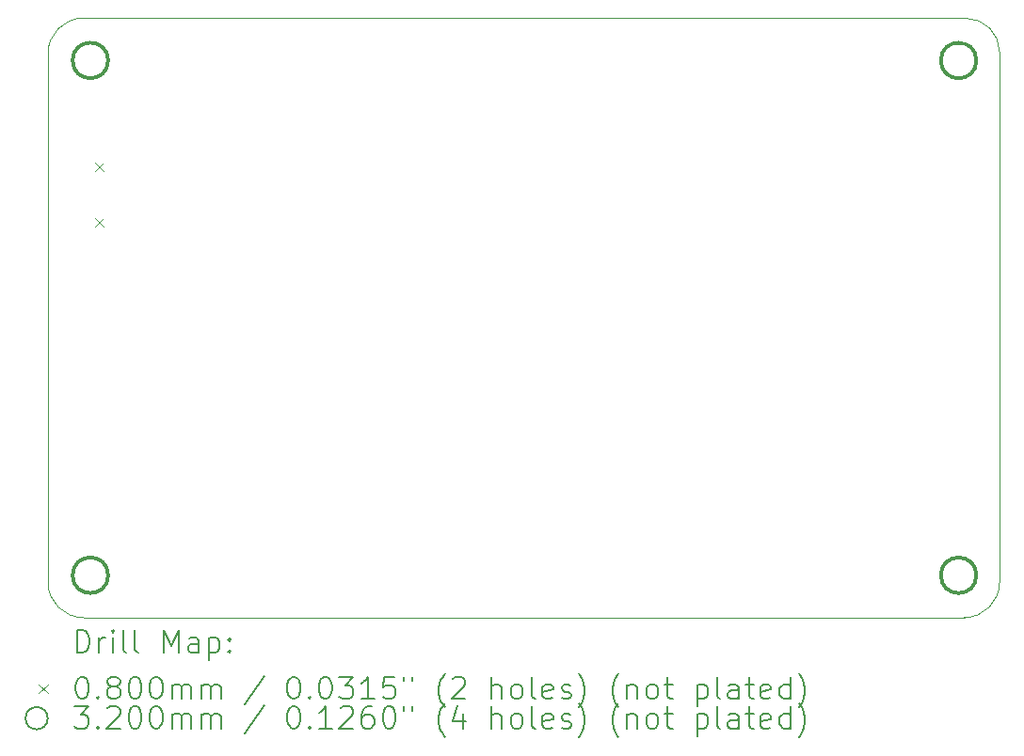
<source format=gbr>
%TF.GenerationSoftware,KiCad,Pcbnew,7.0.10*%
%TF.CreationDate,2024-04-23T18:14:47+09:00*%
%TF.ProjectId,ramn,72616d6e-2e6b-4696-9361-645f70636258,rev?*%
%TF.SameCoordinates,Original*%
%TF.FileFunction,Drillmap*%
%TF.FilePolarity,Positive*%
%FSLAX45Y45*%
G04 Gerber Fmt 4.5, Leading zero omitted, Abs format (unit mm)*
G04 Created by KiCad (PCBNEW 7.0.10) date 2024-04-23 18:14:47*
%MOMM*%
%LPD*%
G01*
G04 APERTURE LIST*
%ADD10C,0.050000*%
%ADD11C,0.200000*%
%ADD12C,0.100000*%
%ADD13C,0.320000*%
G04 APERTURE END LIST*
D10*
X4381500Y-9715500D02*
X12306500Y-9715500D01*
X4064000Y-4635500D02*
X4064000Y-9398000D01*
X12624000Y-4623000D02*
X12624000Y-9398000D01*
X12306500Y-9715500D02*
G75*
G03*
X12624000Y-9398000I0J317500D01*
G01*
X12624000Y-4623000D02*
G75*
G03*
X12319000Y-4318000I-305000J0D01*
G01*
X4381500Y-4318000D02*
X12319000Y-4318000D01*
X4381500Y-4318000D02*
G75*
G03*
X4064000Y-4635500I0J-317500D01*
G01*
X4064000Y-9398000D02*
G75*
G03*
X4381500Y-9715500I317500J0D01*
G01*
D11*
D12*
X4485000Y-5615500D02*
X4565000Y-5695500D01*
X4565000Y-5615500D02*
X4485000Y-5695500D01*
X4485000Y-6115500D02*
X4565000Y-6195500D01*
X4565000Y-6115500D02*
X4485000Y-6195500D01*
D13*
X4605000Y-4699000D02*
G75*
G03*
X4285000Y-4699000I-160000J0D01*
G01*
X4285000Y-4699000D02*
G75*
G03*
X4605000Y-4699000I160000J0D01*
G01*
X4605000Y-9334500D02*
G75*
G03*
X4285000Y-9334500I-160000J0D01*
G01*
X4285000Y-9334500D02*
G75*
G03*
X4605000Y-9334500I160000J0D01*
G01*
X12415500Y-4699000D02*
G75*
G03*
X12095500Y-4699000I-160000J0D01*
G01*
X12095500Y-4699000D02*
G75*
G03*
X12415500Y-4699000I160000J0D01*
G01*
X12415500Y-9334500D02*
G75*
G03*
X12095500Y-9334500I-160000J0D01*
G01*
X12095500Y-9334500D02*
G75*
G03*
X12415500Y-9334500I160000J0D01*
G01*
D11*
X4322277Y-10029484D02*
X4322277Y-9829484D01*
X4322277Y-9829484D02*
X4369896Y-9829484D01*
X4369896Y-9829484D02*
X4398467Y-9839008D01*
X4398467Y-9839008D02*
X4417515Y-9858055D01*
X4417515Y-9858055D02*
X4427039Y-9877103D01*
X4427039Y-9877103D02*
X4436563Y-9915198D01*
X4436563Y-9915198D02*
X4436563Y-9943770D01*
X4436563Y-9943770D02*
X4427039Y-9981865D01*
X4427039Y-9981865D02*
X4417515Y-10000912D01*
X4417515Y-10000912D02*
X4398467Y-10019960D01*
X4398467Y-10019960D02*
X4369896Y-10029484D01*
X4369896Y-10029484D02*
X4322277Y-10029484D01*
X4522277Y-10029484D02*
X4522277Y-9896150D01*
X4522277Y-9934246D02*
X4531801Y-9915198D01*
X4531801Y-9915198D02*
X4541324Y-9905674D01*
X4541324Y-9905674D02*
X4560372Y-9896150D01*
X4560372Y-9896150D02*
X4579420Y-9896150D01*
X4646086Y-10029484D02*
X4646086Y-9896150D01*
X4646086Y-9829484D02*
X4636563Y-9839008D01*
X4636563Y-9839008D02*
X4646086Y-9848531D01*
X4646086Y-9848531D02*
X4655610Y-9839008D01*
X4655610Y-9839008D02*
X4646086Y-9829484D01*
X4646086Y-9829484D02*
X4646086Y-9848531D01*
X4769896Y-10029484D02*
X4750848Y-10019960D01*
X4750848Y-10019960D02*
X4741324Y-10000912D01*
X4741324Y-10000912D02*
X4741324Y-9829484D01*
X4874658Y-10029484D02*
X4855610Y-10019960D01*
X4855610Y-10019960D02*
X4846086Y-10000912D01*
X4846086Y-10000912D02*
X4846086Y-9829484D01*
X5103229Y-10029484D02*
X5103229Y-9829484D01*
X5103229Y-9829484D02*
X5169896Y-9972341D01*
X5169896Y-9972341D02*
X5236563Y-9829484D01*
X5236563Y-9829484D02*
X5236563Y-10029484D01*
X5417515Y-10029484D02*
X5417515Y-9924722D01*
X5417515Y-9924722D02*
X5407991Y-9905674D01*
X5407991Y-9905674D02*
X5388944Y-9896150D01*
X5388944Y-9896150D02*
X5350848Y-9896150D01*
X5350848Y-9896150D02*
X5331801Y-9905674D01*
X5417515Y-10019960D02*
X5398467Y-10029484D01*
X5398467Y-10029484D02*
X5350848Y-10029484D01*
X5350848Y-10029484D02*
X5331801Y-10019960D01*
X5331801Y-10019960D02*
X5322277Y-10000912D01*
X5322277Y-10000912D02*
X5322277Y-9981865D01*
X5322277Y-9981865D02*
X5331801Y-9962817D01*
X5331801Y-9962817D02*
X5350848Y-9953293D01*
X5350848Y-9953293D02*
X5398467Y-9953293D01*
X5398467Y-9953293D02*
X5417515Y-9943770D01*
X5512753Y-9896150D02*
X5512753Y-10096150D01*
X5512753Y-9905674D02*
X5531801Y-9896150D01*
X5531801Y-9896150D02*
X5569896Y-9896150D01*
X5569896Y-9896150D02*
X5588944Y-9905674D01*
X5588944Y-9905674D02*
X5598467Y-9915198D01*
X5598467Y-9915198D02*
X5607991Y-9934246D01*
X5607991Y-9934246D02*
X5607991Y-9991389D01*
X5607991Y-9991389D02*
X5598467Y-10010436D01*
X5598467Y-10010436D02*
X5588944Y-10019960D01*
X5588944Y-10019960D02*
X5569896Y-10029484D01*
X5569896Y-10029484D02*
X5531801Y-10029484D01*
X5531801Y-10029484D02*
X5512753Y-10019960D01*
X5693705Y-10010436D02*
X5703229Y-10019960D01*
X5703229Y-10019960D02*
X5693705Y-10029484D01*
X5693705Y-10029484D02*
X5684182Y-10019960D01*
X5684182Y-10019960D02*
X5693705Y-10010436D01*
X5693705Y-10010436D02*
X5693705Y-10029484D01*
X5693705Y-9905674D02*
X5703229Y-9915198D01*
X5703229Y-9915198D02*
X5693705Y-9924722D01*
X5693705Y-9924722D02*
X5684182Y-9915198D01*
X5684182Y-9915198D02*
X5693705Y-9905674D01*
X5693705Y-9905674D02*
X5693705Y-9924722D01*
D12*
X3981500Y-10318000D02*
X4061500Y-10398000D01*
X4061500Y-10318000D02*
X3981500Y-10398000D01*
D11*
X4360372Y-10249484D02*
X4379420Y-10249484D01*
X4379420Y-10249484D02*
X4398467Y-10259008D01*
X4398467Y-10259008D02*
X4407991Y-10268531D01*
X4407991Y-10268531D02*
X4417515Y-10287579D01*
X4417515Y-10287579D02*
X4427039Y-10325674D01*
X4427039Y-10325674D02*
X4427039Y-10373293D01*
X4427039Y-10373293D02*
X4417515Y-10411389D01*
X4417515Y-10411389D02*
X4407991Y-10430436D01*
X4407991Y-10430436D02*
X4398467Y-10439960D01*
X4398467Y-10439960D02*
X4379420Y-10449484D01*
X4379420Y-10449484D02*
X4360372Y-10449484D01*
X4360372Y-10449484D02*
X4341324Y-10439960D01*
X4341324Y-10439960D02*
X4331801Y-10430436D01*
X4331801Y-10430436D02*
X4322277Y-10411389D01*
X4322277Y-10411389D02*
X4312753Y-10373293D01*
X4312753Y-10373293D02*
X4312753Y-10325674D01*
X4312753Y-10325674D02*
X4322277Y-10287579D01*
X4322277Y-10287579D02*
X4331801Y-10268531D01*
X4331801Y-10268531D02*
X4341324Y-10259008D01*
X4341324Y-10259008D02*
X4360372Y-10249484D01*
X4512753Y-10430436D02*
X4522277Y-10439960D01*
X4522277Y-10439960D02*
X4512753Y-10449484D01*
X4512753Y-10449484D02*
X4503229Y-10439960D01*
X4503229Y-10439960D02*
X4512753Y-10430436D01*
X4512753Y-10430436D02*
X4512753Y-10449484D01*
X4636563Y-10335198D02*
X4617515Y-10325674D01*
X4617515Y-10325674D02*
X4607991Y-10316150D01*
X4607991Y-10316150D02*
X4598467Y-10297103D01*
X4598467Y-10297103D02*
X4598467Y-10287579D01*
X4598467Y-10287579D02*
X4607991Y-10268531D01*
X4607991Y-10268531D02*
X4617515Y-10259008D01*
X4617515Y-10259008D02*
X4636563Y-10249484D01*
X4636563Y-10249484D02*
X4674658Y-10249484D01*
X4674658Y-10249484D02*
X4693705Y-10259008D01*
X4693705Y-10259008D02*
X4703229Y-10268531D01*
X4703229Y-10268531D02*
X4712753Y-10287579D01*
X4712753Y-10287579D02*
X4712753Y-10297103D01*
X4712753Y-10297103D02*
X4703229Y-10316150D01*
X4703229Y-10316150D02*
X4693705Y-10325674D01*
X4693705Y-10325674D02*
X4674658Y-10335198D01*
X4674658Y-10335198D02*
X4636563Y-10335198D01*
X4636563Y-10335198D02*
X4617515Y-10344722D01*
X4617515Y-10344722D02*
X4607991Y-10354246D01*
X4607991Y-10354246D02*
X4598467Y-10373293D01*
X4598467Y-10373293D02*
X4598467Y-10411389D01*
X4598467Y-10411389D02*
X4607991Y-10430436D01*
X4607991Y-10430436D02*
X4617515Y-10439960D01*
X4617515Y-10439960D02*
X4636563Y-10449484D01*
X4636563Y-10449484D02*
X4674658Y-10449484D01*
X4674658Y-10449484D02*
X4693705Y-10439960D01*
X4693705Y-10439960D02*
X4703229Y-10430436D01*
X4703229Y-10430436D02*
X4712753Y-10411389D01*
X4712753Y-10411389D02*
X4712753Y-10373293D01*
X4712753Y-10373293D02*
X4703229Y-10354246D01*
X4703229Y-10354246D02*
X4693705Y-10344722D01*
X4693705Y-10344722D02*
X4674658Y-10335198D01*
X4836563Y-10249484D02*
X4855610Y-10249484D01*
X4855610Y-10249484D02*
X4874658Y-10259008D01*
X4874658Y-10259008D02*
X4884182Y-10268531D01*
X4884182Y-10268531D02*
X4893705Y-10287579D01*
X4893705Y-10287579D02*
X4903229Y-10325674D01*
X4903229Y-10325674D02*
X4903229Y-10373293D01*
X4903229Y-10373293D02*
X4893705Y-10411389D01*
X4893705Y-10411389D02*
X4884182Y-10430436D01*
X4884182Y-10430436D02*
X4874658Y-10439960D01*
X4874658Y-10439960D02*
X4855610Y-10449484D01*
X4855610Y-10449484D02*
X4836563Y-10449484D01*
X4836563Y-10449484D02*
X4817515Y-10439960D01*
X4817515Y-10439960D02*
X4807991Y-10430436D01*
X4807991Y-10430436D02*
X4798467Y-10411389D01*
X4798467Y-10411389D02*
X4788944Y-10373293D01*
X4788944Y-10373293D02*
X4788944Y-10325674D01*
X4788944Y-10325674D02*
X4798467Y-10287579D01*
X4798467Y-10287579D02*
X4807991Y-10268531D01*
X4807991Y-10268531D02*
X4817515Y-10259008D01*
X4817515Y-10259008D02*
X4836563Y-10249484D01*
X5027039Y-10249484D02*
X5046086Y-10249484D01*
X5046086Y-10249484D02*
X5065134Y-10259008D01*
X5065134Y-10259008D02*
X5074658Y-10268531D01*
X5074658Y-10268531D02*
X5084182Y-10287579D01*
X5084182Y-10287579D02*
X5093705Y-10325674D01*
X5093705Y-10325674D02*
X5093705Y-10373293D01*
X5093705Y-10373293D02*
X5084182Y-10411389D01*
X5084182Y-10411389D02*
X5074658Y-10430436D01*
X5074658Y-10430436D02*
X5065134Y-10439960D01*
X5065134Y-10439960D02*
X5046086Y-10449484D01*
X5046086Y-10449484D02*
X5027039Y-10449484D01*
X5027039Y-10449484D02*
X5007991Y-10439960D01*
X5007991Y-10439960D02*
X4998467Y-10430436D01*
X4998467Y-10430436D02*
X4988944Y-10411389D01*
X4988944Y-10411389D02*
X4979420Y-10373293D01*
X4979420Y-10373293D02*
X4979420Y-10325674D01*
X4979420Y-10325674D02*
X4988944Y-10287579D01*
X4988944Y-10287579D02*
X4998467Y-10268531D01*
X4998467Y-10268531D02*
X5007991Y-10259008D01*
X5007991Y-10259008D02*
X5027039Y-10249484D01*
X5179420Y-10449484D02*
X5179420Y-10316150D01*
X5179420Y-10335198D02*
X5188944Y-10325674D01*
X5188944Y-10325674D02*
X5207991Y-10316150D01*
X5207991Y-10316150D02*
X5236563Y-10316150D01*
X5236563Y-10316150D02*
X5255610Y-10325674D01*
X5255610Y-10325674D02*
X5265134Y-10344722D01*
X5265134Y-10344722D02*
X5265134Y-10449484D01*
X5265134Y-10344722D02*
X5274658Y-10325674D01*
X5274658Y-10325674D02*
X5293705Y-10316150D01*
X5293705Y-10316150D02*
X5322277Y-10316150D01*
X5322277Y-10316150D02*
X5341325Y-10325674D01*
X5341325Y-10325674D02*
X5350848Y-10344722D01*
X5350848Y-10344722D02*
X5350848Y-10449484D01*
X5446086Y-10449484D02*
X5446086Y-10316150D01*
X5446086Y-10335198D02*
X5455610Y-10325674D01*
X5455610Y-10325674D02*
X5474658Y-10316150D01*
X5474658Y-10316150D02*
X5503229Y-10316150D01*
X5503229Y-10316150D02*
X5522277Y-10325674D01*
X5522277Y-10325674D02*
X5531801Y-10344722D01*
X5531801Y-10344722D02*
X5531801Y-10449484D01*
X5531801Y-10344722D02*
X5541325Y-10325674D01*
X5541325Y-10325674D02*
X5560372Y-10316150D01*
X5560372Y-10316150D02*
X5588944Y-10316150D01*
X5588944Y-10316150D02*
X5607991Y-10325674D01*
X5607991Y-10325674D02*
X5617515Y-10344722D01*
X5617515Y-10344722D02*
X5617515Y-10449484D01*
X6007991Y-10239960D02*
X5836563Y-10497103D01*
X6265134Y-10249484D02*
X6284182Y-10249484D01*
X6284182Y-10249484D02*
X6303229Y-10259008D01*
X6303229Y-10259008D02*
X6312753Y-10268531D01*
X6312753Y-10268531D02*
X6322277Y-10287579D01*
X6322277Y-10287579D02*
X6331801Y-10325674D01*
X6331801Y-10325674D02*
X6331801Y-10373293D01*
X6331801Y-10373293D02*
X6322277Y-10411389D01*
X6322277Y-10411389D02*
X6312753Y-10430436D01*
X6312753Y-10430436D02*
X6303229Y-10439960D01*
X6303229Y-10439960D02*
X6284182Y-10449484D01*
X6284182Y-10449484D02*
X6265134Y-10449484D01*
X6265134Y-10449484D02*
X6246086Y-10439960D01*
X6246086Y-10439960D02*
X6236563Y-10430436D01*
X6236563Y-10430436D02*
X6227039Y-10411389D01*
X6227039Y-10411389D02*
X6217515Y-10373293D01*
X6217515Y-10373293D02*
X6217515Y-10325674D01*
X6217515Y-10325674D02*
X6227039Y-10287579D01*
X6227039Y-10287579D02*
X6236563Y-10268531D01*
X6236563Y-10268531D02*
X6246086Y-10259008D01*
X6246086Y-10259008D02*
X6265134Y-10249484D01*
X6417515Y-10430436D02*
X6427039Y-10439960D01*
X6427039Y-10439960D02*
X6417515Y-10449484D01*
X6417515Y-10449484D02*
X6407991Y-10439960D01*
X6407991Y-10439960D02*
X6417515Y-10430436D01*
X6417515Y-10430436D02*
X6417515Y-10449484D01*
X6550848Y-10249484D02*
X6569896Y-10249484D01*
X6569896Y-10249484D02*
X6588944Y-10259008D01*
X6588944Y-10259008D02*
X6598467Y-10268531D01*
X6598467Y-10268531D02*
X6607991Y-10287579D01*
X6607991Y-10287579D02*
X6617515Y-10325674D01*
X6617515Y-10325674D02*
X6617515Y-10373293D01*
X6617515Y-10373293D02*
X6607991Y-10411389D01*
X6607991Y-10411389D02*
X6598467Y-10430436D01*
X6598467Y-10430436D02*
X6588944Y-10439960D01*
X6588944Y-10439960D02*
X6569896Y-10449484D01*
X6569896Y-10449484D02*
X6550848Y-10449484D01*
X6550848Y-10449484D02*
X6531801Y-10439960D01*
X6531801Y-10439960D02*
X6522277Y-10430436D01*
X6522277Y-10430436D02*
X6512753Y-10411389D01*
X6512753Y-10411389D02*
X6503229Y-10373293D01*
X6503229Y-10373293D02*
X6503229Y-10325674D01*
X6503229Y-10325674D02*
X6512753Y-10287579D01*
X6512753Y-10287579D02*
X6522277Y-10268531D01*
X6522277Y-10268531D02*
X6531801Y-10259008D01*
X6531801Y-10259008D02*
X6550848Y-10249484D01*
X6684182Y-10249484D02*
X6807991Y-10249484D01*
X6807991Y-10249484D02*
X6741325Y-10325674D01*
X6741325Y-10325674D02*
X6769896Y-10325674D01*
X6769896Y-10325674D02*
X6788944Y-10335198D01*
X6788944Y-10335198D02*
X6798467Y-10344722D01*
X6798467Y-10344722D02*
X6807991Y-10363770D01*
X6807991Y-10363770D02*
X6807991Y-10411389D01*
X6807991Y-10411389D02*
X6798467Y-10430436D01*
X6798467Y-10430436D02*
X6788944Y-10439960D01*
X6788944Y-10439960D02*
X6769896Y-10449484D01*
X6769896Y-10449484D02*
X6712753Y-10449484D01*
X6712753Y-10449484D02*
X6693706Y-10439960D01*
X6693706Y-10439960D02*
X6684182Y-10430436D01*
X6998467Y-10449484D02*
X6884182Y-10449484D01*
X6941325Y-10449484D02*
X6941325Y-10249484D01*
X6941325Y-10249484D02*
X6922277Y-10278055D01*
X6922277Y-10278055D02*
X6903229Y-10297103D01*
X6903229Y-10297103D02*
X6884182Y-10306627D01*
X7179420Y-10249484D02*
X7084182Y-10249484D01*
X7084182Y-10249484D02*
X7074658Y-10344722D01*
X7074658Y-10344722D02*
X7084182Y-10335198D01*
X7084182Y-10335198D02*
X7103229Y-10325674D01*
X7103229Y-10325674D02*
X7150848Y-10325674D01*
X7150848Y-10325674D02*
X7169896Y-10335198D01*
X7169896Y-10335198D02*
X7179420Y-10344722D01*
X7179420Y-10344722D02*
X7188944Y-10363770D01*
X7188944Y-10363770D02*
X7188944Y-10411389D01*
X7188944Y-10411389D02*
X7179420Y-10430436D01*
X7179420Y-10430436D02*
X7169896Y-10439960D01*
X7169896Y-10439960D02*
X7150848Y-10449484D01*
X7150848Y-10449484D02*
X7103229Y-10449484D01*
X7103229Y-10449484D02*
X7084182Y-10439960D01*
X7084182Y-10439960D02*
X7074658Y-10430436D01*
X7265134Y-10249484D02*
X7265134Y-10287579D01*
X7341325Y-10249484D02*
X7341325Y-10287579D01*
X7636563Y-10525674D02*
X7627039Y-10516150D01*
X7627039Y-10516150D02*
X7607991Y-10487579D01*
X7607991Y-10487579D02*
X7598468Y-10468531D01*
X7598468Y-10468531D02*
X7588944Y-10439960D01*
X7588944Y-10439960D02*
X7579420Y-10392341D01*
X7579420Y-10392341D02*
X7579420Y-10354246D01*
X7579420Y-10354246D02*
X7588944Y-10306627D01*
X7588944Y-10306627D02*
X7598468Y-10278055D01*
X7598468Y-10278055D02*
X7607991Y-10259008D01*
X7607991Y-10259008D02*
X7627039Y-10230436D01*
X7627039Y-10230436D02*
X7636563Y-10220912D01*
X7703229Y-10268531D02*
X7712753Y-10259008D01*
X7712753Y-10259008D02*
X7731801Y-10249484D01*
X7731801Y-10249484D02*
X7779420Y-10249484D01*
X7779420Y-10249484D02*
X7798468Y-10259008D01*
X7798468Y-10259008D02*
X7807991Y-10268531D01*
X7807991Y-10268531D02*
X7817515Y-10287579D01*
X7817515Y-10287579D02*
X7817515Y-10306627D01*
X7817515Y-10306627D02*
X7807991Y-10335198D01*
X7807991Y-10335198D02*
X7693706Y-10449484D01*
X7693706Y-10449484D02*
X7817515Y-10449484D01*
X8055610Y-10449484D02*
X8055610Y-10249484D01*
X8141325Y-10449484D02*
X8141325Y-10344722D01*
X8141325Y-10344722D02*
X8131801Y-10325674D01*
X8131801Y-10325674D02*
X8112753Y-10316150D01*
X8112753Y-10316150D02*
X8084182Y-10316150D01*
X8084182Y-10316150D02*
X8065134Y-10325674D01*
X8065134Y-10325674D02*
X8055610Y-10335198D01*
X8265134Y-10449484D02*
X8246087Y-10439960D01*
X8246087Y-10439960D02*
X8236563Y-10430436D01*
X8236563Y-10430436D02*
X8227039Y-10411389D01*
X8227039Y-10411389D02*
X8227039Y-10354246D01*
X8227039Y-10354246D02*
X8236563Y-10335198D01*
X8236563Y-10335198D02*
X8246087Y-10325674D01*
X8246087Y-10325674D02*
X8265134Y-10316150D01*
X8265134Y-10316150D02*
X8293706Y-10316150D01*
X8293706Y-10316150D02*
X8312753Y-10325674D01*
X8312753Y-10325674D02*
X8322277Y-10335198D01*
X8322277Y-10335198D02*
X8331801Y-10354246D01*
X8331801Y-10354246D02*
X8331801Y-10411389D01*
X8331801Y-10411389D02*
X8322277Y-10430436D01*
X8322277Y-10430436D02*
X8312753Y-10439960D01*
X8312753Y-10439960D02*
X8293706Y-10449484D01*
X8293706Y-10449484D02*
X8265134Y-10449484D01*
X8446087Y-10449484D02*
X8427039Y-10439960D01*
X8427039Y-10439960D02*
X8417515Y-10420912D01*
X8417515Y-10420912D02*
X8417515Y-10249484D01*
X8598468Y-10439960D02*
X8579420Y-10449484D01*
X8579420Y-10449484D02*
X8541325Y-10449484D01*
X8541325Y-10449484D02*
X8522277Y-10439960D01*
X8522277Y-10439960D02*
X8512753Y-10420912D01*
X8512753Y-10420912D02*
X8512753Y-10344722D01*
X8512753Y-10344722D02*
X8522277Y-10325674D01*
X8522277Y-10325674D02*
X8541325Y-10316150D01*
X8541325Y-10316150D02*
X8579420Y-10316150D01*
X8579420Y-10316150D02*
X8598468Y-10325674D01*
X8598468Y-10325674D02*
X8607992Y-10344722D01*
X8607992Y-10344722D02*
X8607992Y-10363770D01*
X8607992Y-10363770D02*
X8512753Y-10382817D01*
X8684182Y-10439960D02*
X8703230Y-10449484D01*
X8703230Y-10449484D02*
X8741325Y-10449484D01*
X8741325Y-10449484D02*
X8760373Y-10439960D01*
X8760373Y-10439960D02*
X8769896Y-10420912D01*
X8769896Y-10420912D02*
X8769896Y-10411389D01*
X8769896Y-10411389D02*
X8760373Y-10392341D01*
X8760373Y-10392341D02*
X8741325Y-10382817D01*
X8741325Y-10382817D02*
X8712753Y-10382817D01*
X8712753Y-10382817D02*
X8693706Y-10373293D01*
X8693706Y-10373293D02*
X8684182Y-10354246D01*
X8684182Y-10354246D02*
X8684182Y-10344722D01*
X8684182Y-10344722D02*
X8693706Y-10325674D01*
X8693706Y-10325674D02*
X8712753Y-10316150D01*
X8712753Y-10316150D02*
X8741325Y-10316150D01*
X8741325Y-10316150D02*
X8760373Y-10325674D01*
X8836563Y-10525674D02*
X8846087Y-10516150D01*
X8846087Y-10516150D02*
X8865134Y-10487579D01*
X8865134Y-10487579D02*
X8874658Y-10468531D01*
X8874658Y-10468531D02*
X8884182Y-10439960D01*
X8884182Y-10439960D02*
X8893706Y-10392341D01*
X8893706Y-10392341D02*
X8893706Y-10354246D01*
X8893706Y-10354246D02*
X8884182Y-10306627D01*
X8884182Y-10306627D02*
X8874658Y-10278055D01*
X8874658Y-10278055D02*
X8865134Y-10259008D01*
X8865134Y-10259008D02*
X8846087Y-10230436D01*
X8846087Y-10230436D02*
X8836563Y-10220912D01*
X9198468Y-10525674D02*
X9188944Y-10516150D01*
X9188944Y-10516150D02*
X9169896Y-10487579D01*
X9169896Y-10487579D02*
X9160373Y-10468531D01*
X9160373Y-10468531D02*
X9150849Y-10439960D01*
X9150849Y-10439960D02*
X9141325Y-10392341D01*
X9141325Y-10392341D02*
X9141325Y-10354246D01*
X9141325Y-10354246D02*
X9150849Y-10306627D01*
X9150849Y-10306627D02*
X9160373Y-10278055D01*
X9160373Y-10278055D02*
X9169896Y-10259008D01*
X9169896Y-10259008D02*
X9188944Y-10230436D01*
X9188944Y-10230436D02*
X9198468Y-10220912D01*
X9274658Y-10316150D02*
X9274658Y-10449484D01*
X9274658Y-10335198D02*
X9284182Y-10325674D01*
X9284182Y-10325674D02*
X9303230Y-10316150D01*
X9303230Y-10316150D02*
X9331801Y-10316150D01*
X9331801Y-10316150D02*
X9350849Y-10325674D01*
X9350849Y-10325674D02*
X9360373Y-10344722D01*
X9360373Y-10344722D02*
X9360373Y-10449484D01*
X9484182Y-10449484D02*
X9465134Y-10439960D01*
X9465134Y-10439960D02*
X9455611Y-10430436D01*
X9455611Y-10430436D02*
X9446087Y-10411389D01*
X9446087Y-10411389D02*
X9446087Y-10354246D01*
X9446087Y-10354246D02*
X9455611Y-10335198D01*
X9455611Y-10335198D02*
X9465134Y-10325674D01*
X9465134Y-10325674D02*
X9484182Y-10316150D01*
X9484182Y-10316150D02*
X9512754Y-10316150D01*
X9512754Y-10316150D02*
X9531801Y-10325674D01*
X9531801Y-10325674D02*
X9541325Y-10335198D01*
X9541325Y-10335198D02*
X9550849Y-10354246D01*
X9550849Y-10354246D02*
X9550849Y-10411389D01*
X9550849Y-10411389D02*
X9541325Y-10430436D01*
X9541325Y-10430436D02*
X9531801Y-10439960D01*
X9531801Y-10439960D02*
X9512754Y-10449484D01*
X9512754Y-10449484D02*
X9484182Y-10449484D01*
X9607992Y-10316150D02*
X9684182Y-10316150D01*
X9636563Y-10249484D02*
X9636563Y-10420912D01*
X9636563Y-10420912D02*
X9646087Y-10439960D01*
X9646087Y-10439960D02*
X9665134Y-10449484D01*
X9665134Y-10449484D02*
X9684182Y-10449484D01*
X9903230Y-10316150D02*
X9903230Y-10516150D01*
X9903230Y-10325674D02*
X9922277Y-10316150D01*
X9922277Y-10316150D02*
X9960373Y-10316150D01*
X9960373Y-10316150D02*
X9979420Y-10325674D01*
X9979420Y-10325674D02*
X9988944Y-10335198D01*
X9988944Y-10335198D02*
X9998468Y-10354246D01*
X9998468Y-10354246D02*
X9998468Y-10411389D01*
X9998468Y-10411389D02*
X9988944Y-10430436D01*
X9988944Y-10430436D02*
X9979420Y-10439960D01*
X9979420Y-10439960D02*
X9960373Y-10449484D01*
X9960373Y-10449484D02*
X9922277Y-10449484D01*
X9922277Y-10449484D02*
X9903230Y-10439960D01*
X10112754Y-10449484D02*
X10093706Y-10439960D01*
X10093706Y-10439960D02*
X10084182Y-10420912D01*
X10084182Y-10420912D02*
X10084182Y-10249484D01*
X10274658Y-10449484D02*
X10274658Y-10344722D01*
X10274658Y-10344722D02*
X10265135Y-10325674D01*
X10265135Y-10325674D02*
X10246087Y-10316150D01*
X10246087Y-10316150D02*
X10207992Y-10316150D01*
X10207992Y-10316150D02*
X10188944Y-10325674D01*
X10274658Y-10439960D02*
X10255611Y-10449484D01*
X10255611Y-10449484D02*
X10207992Y-10449484D01*
X10207992Y-10449484D02*
X10188944Y-10439960D01*
X10188944Y-10439960D02*
X10179420Y-10420912D01*
X10179420Y-10420912D02*
X10179420Y-10401865D01*
X10179420Y-10401865D02*
X10188944Y-10382817D01*
X10188944Y-10382817D02*
X10207992Y-10373293D01*
X10207992Y-10373293D02*
X10255611Y-10373293D01*
X10255611Y-10373293D02*
X10274658Y-10363770D01*
X10341325Y-10316150D02*
X10417515Y-10316150D01*
X10369896Y-10249484D02*
X10369896Y-10420912D01*
X10369896Y-10420912D02*
X10379420Y-10439960D01*
X10379420Y-10439960D02*
X10398468Y-10449484D01*
X10398468Y-10449484D02*
X10417515Y-10449484D01*
X10560373Y-10439960D02*
X10541325Y-10449484D01*
X10541325Y-10449484D02*
X10503230Y-10449484D01*
X10503230Y-10449484D02*
X10484182Y-10439960D01*
X10484182Y-10439960D02*
X10474658Y-10420912D01*
X10474658Y-10420912D02*
X10474658Y-10344722D01*
X10474658Y-10344722D02*
X10484182Y-10325674D01*
X10484182Y-10325674D02*
X10503230Y-10316150D01*
X10503230Y-10316150D02*
X10541325Y-10316150D01*
X10541325Y-10316150D02*
X10560373Y-10325674D01*
X10560373Y-10325674D02*
X10569896Y-10344722D01*
X10569896Y-10344722D02*
X10569896Y-10363770D01*
X10569896Y-10363770D02*
X10474658Y-10382817D01*
X10741325Y-10449484D02*
X10741325Y-10249484D01*
X10741325Y-10439960D02*
X10722277Y-10449484D01*
X10722277Y-10449484D02*
X10684182Y-10449484D01*
X10684182Y-10449484D02*
X10665135Y-10439960D01*
X10665135Y-10439960D02*
X10655611Y-10430436D01*
X10655611Y-10430436D02*
X10646087Y-10411389D01*
X10646087Y-10411389D02*
X10646087Y-10354246D01*
X10646087Y-10354246D02*
X10655611Y-10335198D01*
X10655611Y-10335198D02*
X10665135Y-10325674D01*
X10665135Y-10325674D02*
X10684182Y-10316150D01*
X10684182Y-10316150D02*
X10722277Y-10316150D01*
X10722277Y-10316150D02*
X10741325Y-10325674D01*
X10817516Y-10525674D02*
X10827039Y-10516150D01*
X10827039Y-10516150D02*
X10846087Y-10487579D01*
X10846087Y-10487579D02*
X10855611Y-10468531D01*
X10855611Y-10468531D02*
X10865135Y-10439960D01*
X10865135Y-10439960D02*
X10874658Y-10392341D01*
X10874658Y-10392341D02*
X10874658Y-10354246D01*
X10874658Y-10354246D02*
X10865135Y-10306627D01*
X10865135Y-10306627D02*
X10855611Y-10278055D01*
X10855611Y-10278055D02*
X10846087Y-10259008D01*
X10846087Y-10259008D02*
X10827039Y-10230436D01*
X10827039Y-10230436D02*
X10817516Y-10220912D01*
X4061500Y-10622000D02*
G75*
G03*
X3861500Y-10622000I-100000J0D01*
G01*
X3861500Y-10622000D02*
G75*
G03*
X4061500Y-10622000I100000J0D01*
G01*
X4303229Y-10513484D02*
X4427039Y-10513484D01*
X4427039Y-10513484D02*
X4360372Y-10589674D01*
X4360372Y-10589674D02*
X4388944Y-10589674D01*
X4388944Y-10589674D02*
X4407991Y-10599198D01*
X4407991Y-10599198D02*
X4417515Y-10608722D01*
X4417515Y-10608722D02*
X4427039Y-10627770D01*
X4427039Y-10627770D02*
X4427039Y-10675389D01*
X4427039Y-10675389D02*
X4417515Y-10694436D01*
X4417515Y-10694436D02*
X4407991Y-10703960D01*
X4407991Y-10703960D02*
X4388944Y-10713484D01*
X4388944Y-10713484D02*
X4331801Y-10713484D01*
X4331801Y-10713484D02*
X4312753Y-10703960D01*
X4312753Y-10703960D02*
X4303229Y-10694436D01*
X4512753Y-10694436D02*
X4522277Y-10703960D01*
X4522277Y-10703960D02*
X4512753Y-10713484D01*
X4512753Y-10713484D02*
X4503229Y-10703960D01*
X4503229Y-10703960D02*
X4512753Y-10694436D01*
X4512753Y-10694436D02*
X4512753Y-10713484D01*
X4598467Y-10532531D02*
X4607991Y-10523008D01*
X4607991Y-10523008D02*
X4627039Y-10513484D01*
X4627039Y-10513484D02*
X4674658Y-10513484D01*
X4674658Y-10513484D02*
X4693705Y-10523008D01*
X4693705Y-10523008D02*
X4703229Y-10532531D01*
X4703229Y-10532531D02*
X4712753Y-10551579D01*
X4712753Y-10551579D02*
X4712753Y-10570627D01*
X4712753Y-10570627D02*
X4703229Y-10599198D01*
X4703229Y-10599198D02*
X4588944Y-10713484D01*
X4588944Y-10713484D02*
X4712753Y-10713484D01*
X4836563Y-10513484D02*
X4855610Y-10513484D01*
X4855610Y-10513484D02*
X4874658Y-10523008D01*
X4874658Y-10523008D02*
X4884182Y-10532531D01*
X4884182Y-10532531D02*
X4893705Y-10551579D01*
X4893705Y-10551579D02*
X4903229Y-10589674D01*
X4903229Y-10589674D02*
X4903229Y-10637293D01*
X4903229Y-10637293D02*
X4893705Y-10675389D01*
X4893705Y-10675389D02*
X4884182Y-10694436D01*
X4884182Y-10694436D02*
X4874658Y-10703960D01*
X4874658Y-10703960D02*
X4855610Y-10713484D01*
X4855610Y-10713484D02*
X4836563Y-10713484D01*
X4836563Y-10713484D02*
X4817515Y-10703960D01*
X4817515Y-10703960D02*
X4807991Y-10694436D01*
X4807991Y-10694436D02*
X4798467Y-10675389D01*
X4798467Y-10675389D02*
X4788944Y-10637293D01*
X4788944Y-10637293D02*
X4788944Y-10589674D01*
X4788944Y-10589674D02*
X4798467Y-10551579D01*
X4798467Y-10551579D02*
X4807991Y-10532531D01*
X4807991Y-10532531D02*
X4817515Y-10523008D01*
X4817515Y-10523008D02*
X4836563Y-10513484D01*
X5027039Y-10513484D02*
X5046086Y-10513484D01*
X5046086Y-10513484D02*
X5065134Y-10523008D01*
X5065134Y-10523008D02*
X5074658Y-10532531D01*
X5074658Y-10532531D02*
X5084182Y-10551579D01*
X5084182Y-10551579D02*
X5093705Y-10589674D01*
X5093705Y-10589674D02*
X5093705Y-10637293D01*
X5093705Y-10637293D02*
X5084182Y-10675389D01*
X5084182Y-10675389D02*
X5074658Y-10694436D01*
X5074658Y-10694436D02*
X5065134Y-10703960D01*
X5065134Y-10703960D02*
X5046086Y-10713484D01*
X5046086Y-10713484D02*
X5027039Y-10713484D01*
X5027039Y-10713484D02*
X5007991Y-10703960D01*
X5007991Y-10703960D02*
X4998467Y-10694436D01*
X4998467Y-10694436D02*
X4988944Y-10675389D01*
X4988944Y-10675389D02*
X4979420Y-10637293D01*
X4979420Y-10637293D02*
X4979420Y-10589674D01*
X4979420Y-10589674D02*
X4988944Y-10551579D01*
X4988944Y-10551579D02*
X4998467Y-10532531D01*
X4998467Y-10532531D02*
X5007991Y-10523008D01*
X5007991Y-10523008D02*
X5027039Y-10513484D01*
X5179420Y-10713484D02*
X5179420Y-10580150D01*
X5179420Y-10599198D02*
X5188944Y-10589674D01*
X5188944Y-10589674D02*
X5207991Y-10580150D01*
X5207991Y-10580150D02*
X5236563Y-10580150D01*
X5236563Y-10580150D02*
X5255610Y-10589674D01*
X5255610Y-10589674D02*
X5265134Y-10608722D01*
X5265134Y-10608722D02*
X5265134Y-10713484D01*
X5265134Y-10608722D02*
X5274658Y-10589674D01*
X5274658Y-10589674D02*
X5293705Y-10580150D01*
X5293705Y-10580150D02*
X5322277Y-10580150D01*
X5322277Y-10580150D02*
X5341325Y-10589674D01*
X5341325Y-10589674D02*
X5350848Y-10608722D01*
X5350848Y-10608722D02*
X5350848Y-10713484D01*
X5446086Y-10713484D02*
X5446086Y-10580150D01*
X5446086Y-10599198D02*
X5455610Y-10589674D01*
X5455610Y-10589674D02*
X5474658Y-10580150D01*
X5474658Y-10580150D02*
X5503229Y-10580150D01*
X5503229Y-10580150D02*
X5522277Y-10589674D01*
X5522277Y-10589674D02*
X5531801Y-10608722D01*
X5531801Y-10608722D02*
X5531801Y-10713484D01*
X5531801Y-10608722D02*
X5541325Y-10589674D01*
X5541325Y-10589674D02*
X5560372Y-10580150D01*
X5560372Y-10580150D02*
X5588944Y-10580150D01*
X5588944Y-10580150D02*
X5607991Y-10589674D01*
X5607991Y-10589674D02*
X5617515Y-10608722D01*
X5617515Y-10608722D02*
X5617515Y-10713484D01*
X6007991Y-10503960D02*
X5836563Y-10761103D01*
X6265134Y-10513484D02*
X6284182Y-10513484D01*
X6284182Y-10513484D02*
X6303229Y-10523008D01*
X6303229Y-10523008D02*
X6312753Y-10532531D01*
X6312753Y-10532531D02*
X6322277Y-10551579D01*
X6322277Y-10551579D02*
X6331801Y-10589674D01*
X6331801Y-10589674D02*
X6331801Y-10637293D01*
X6331801Y-10637293D02*
X6322277Y-10675389D01*
X6322277Y-10675389D02*
X6312753Y-10694436D01*
X6312753Y-10694436D02*
X6303229Y-10703960D01*
X6303229Y-10703960D02*
X6284182Y-10713484D01*
X6284182Y-10713484D02*
X6265134Y-10713484D01*
X6265134Y-10713484D02*
X6246086Y-10703960D01*
X6246086Y-10703960D02*
X6236563Y-10694436D01*
X6236563Y-10694436D02*
X6227039Y-10675389D01*
X6227039Y-10675389D02*
X6217515Y-10637293D01*
X6217515Y-10637293D02*
X6217515Y-10589674D01*
X6217515Y-10589674D02*
X6227039Y-10551579D01*
X6227039Y-10551579D02*
X6236563Y-10532531D01*
X6236563Y-10532531D02*
X6246086Y-10523008D01*
X6246086Y-10523008D02*
X6265134Y-10513484D01*
X6417515Y-10694436D02*
X6427039Y-10703960D01*
X6427039Y-10703960D02*
X6417515Y-10713484D01*
X6417515Y-10713484D02*
X6407991Y-10703960D01*
X6407991Y-10703960D02*
X6417515Y-10694436D01*
X6417515Y-10694436D02*
X6417515Y-10713484D01*
X6617515Y-10713484D02*
X6503229Y-10713484D01*
X6560372Y-10713484D02*
X6560372Y-10513484D01*
X6560372Y-10513484D02*
X6541325Y-10542055D01*
X6541325Y-10542055D02*
X6522277Y-10561103D01*
X6522277Y-10561103D02*
X6503229Y-10570627D01*
X6693706Y-10532531D02*
X6703229Y-10523008D01*
X6703229Y-10523008D02*
X6722277Y-10513484D01*
X6722277Y-10513484D02*
X6769896Y-10513484D01*
X6769896Y-10513484D02*
X6788944Y-10523008D01*
X6788944Y-10523008D02*
X6798467Y-10532531D01*
X6798467Y-10532531D02*
X6807991Y-10551579D01*
X6807991Y-10551579D02*
X6807991Y-10570627D01*
X6807991Y-10570627D02*
X6798467Y-10599198D01*
X6798467Y-10599198D02*
X6684182Y-10713484D01*
X6684182Y-10713484D02*
X6807991Y-10713484D01*
X6979420Y-10513484D02*
X6941325Y-10513484D01*
X6941325Y-10513484D02*
X6922277Y-10523008D01*
X6922277Y-10523008D02*
X6912753Y-10532531D01*
X6912753Y-10532531D02*
X6893706Y-10561103D01*
X6893706Y-10561103D02*
X6884182Y-10599198D01*
X6884182Y-10599198D02*
X6884182Y-10675389D01*
X6884182Y-10675389D02*
X6893706Y-10694436D01*
X6893706Y-10694436D02*
X6903229Y-10703960D01*
X6903229Y-10703960D02*
X6922277Y-10713484D01*
X6922277Y-10713484D02*
X6960372Y-10713484D01*
X6960372Y-10713484D02*
X6979420Y-10703960D01*
X6979420Y-10703960D02*
X6988944Y-10694436D01*
X6988944Y-10694436D02*
X6998467Y-10675389D01*
X6998467Y-10675389D02*
X6998467Y-10627770D01*
X6998467Y-10627770D02*
X6988944Y-10608722D01*
X6988944Y-10608722D02*
X6979420Y-10599198D01*
X6979420Y-10599198D02*
X6960372Y-10589674D01*
X6960372Y-10589674D02*
X6922277Y-10589674D01*
X6922277Y-10589674D02*
X6903229Y-10599198D01*
X6903229Y-10599198D02*
X6893706Y-10608722D01*
X6893706Y-10608722D02*
X6884182Y-10627770D01*
X7122277Y-10513484D02*
X7141325Y-10513484D01*
X7141325Y-10513484D02*
X7160372Y-10523008D01*
X7160372Y-10523008D02*
X7169896Y-10532531D01*
X7169896Y-10532531D02*
X7179420Y-10551579D01*
X7179420Y-10551579D02*
X7188944Y-10589674D01*
X7188944Y-10589674D02*
X7188944Y-10637293D01*
X7188944Y-10637293D02*
X7179420Y-10675389D01*
X7179420Y-10675389D02*
X7169896Y-10694436D01*
X7169896Y-10694436D02*
X7160372Y-10703960D01*
X7160372Y-10703960D02*
X7141325Y-10713484D01*
X7141325Y-10713484D02*
X7122277Y-10713484D01*
X7122277Y-10713484D02*
X7103229Y-10703960D01*
X7103229Y-10703960D02*
X7093706Y-10694436D01*
X7093706Y-10694436D02*
X7084182Y-10675389D01*
X7084182Y-10675389D02*
X7074658Y-10637293D01*
X7074658Y-10637293D02*
X7074658Y-10589674D01*
X7074658Y-10589674D02*
X7084182Y-10551579D01*
X7084182Y-10551579D02*
X7093706Y-10532531D01*
X7093706Y-10532531D02*
X7103229Y-10523008D01*
X7103229Y-10523008D02*
X7122277Y-10513484D01*
X7265134Y-10513484D02*
X7265134Y-10551579D01*
X7341325Y-10513484D02*
X7341325Y-10551579D01*
X7636563Y-10789674D02*
X7627039Y-10780150D01*
X7627039Y-10780150D02*
X7607991Y-10751579D01*
X7607991Y-10751579D02*
X7598468Y-10732531D01*
X7598468Y-10732531D02*
X7588944Y-10703960D01*
X7588944Y-10703960D02*
X7579420Y-10656341D01*
X7579420Y-10656341D02*
X7579420Y-10618246D01*
X7579420Y-10618246D02*
X7588944Y-10570627D01*
X7588944Y-10570627D02*
X7598468Y-10542055D01*
X7598468Y-10542055D02*
X7607991Y-10523008D01*
X7607991Y-10523008D02*
X7627039Y-10494436D01*
X7627039Y-10494436D02*
X7636563Y-10484912D01*
X7798468Y-10580150D02*
X7798468Y-10713484D01*
X7750848Y-10503960D02*
X7703229Y-10646817D01*
X7703229Y-10646817D02*
X7827039Y-10646817D01*
X8055610Y-10713484D02*
X8055610Y-10513484D01*
X8141325Y-10713484D02*
X8141325Y-10608722D01*
X8141325Y-10608722D02*
X8131801Y-10589674D01*
X8131801Y-10589674D02*
X8112753Y-10580150D01*
X8112753Y-10580150D02*
X8084182Y-10580150D01*
X8084182Y-10580150D02*
X8065134Y-10589674D01*
X8065134Y-10589674D02*
X8055610Y-10599198D01*
X8265134Y-10713484D02*
X8246087Y-10703960D01*
X8246087Y-10703960D02*
X8236563Y-10694436D01*
X8236563Y-10694436D02*
X8227039Y-10675389D01*
X8227039Y-10675389D02*
X8227039Y-10618246D01*
X8227039Y-10618246D02*
X8236563Y-10599198D01*
X8236563Y-10599198D02*
X8246087Y-10589674D01*
X8246087Y-10589674D02*
X8265134Y-10580150D01*
X8265134Y-10580150D02*
X8293706Y-10580150D01*
X8293706Y-10580150D02*
X8312753Y-10589674D01*
X8312753Y-10589674D02*
X8322277Y-10599198D01*
X8322277Y-10599198D02*
X8331801Y-10618246D01*
X8331801Y-10618246D02*
X8331801Y-10675389D01*
X8331801Y-10675389D02*
X8322277Y-10694436D01*
X8322277Y-10694436D02*
X8312753Y-10703960D01*
X8312753Y-10703960D02*
X8293706Y-10713484D01*
X8293706Y-10713484D02*
X8265134Y-10713484D01*
X8446087Y-10713484D02*
X8427039Y-10703960D01*
X8427039Y-10703960D02*
X8417515Y-10684912D01*
X8417515Y-10684912D02*
X8417515Y-10513484D01*
X8598468Y-10703960D02*
X8579420Y-10713484D01*
X8579420Y-10713484D02*
X8541325Y-10713484D01*
X8541325Y-10713484D02*
X8522277Y-10703960D01*
X8522277Y-10703960D02*
X8512753Y-10684912D01*
X8512753Y-10684912D02*
X8512753Y-10608722D01*
X8512753Y-10608722D02*
X8522277Y-10589674D01*
X8522277Y-10589674D02*
X8541325Y-10580150D01*
X8541325Y-10580150D02*
X8579420Y-10580150D01*
X8579420Y-10580150D02*
X8598468Y-10589674D01*
X8598468Y-10589674D02*
X8607992Y-10608722D01*
X8607992Y-10608722D02*
X8607992Y-10627770D01*
X8607992Y-10627770D02*
X8512753Y-10646817D01*
X8684182Y-10703960D02*
X8703230Y-10713484D01*
X8703230Y-10713484D02*
X8741325Y-10713484D01*
X8741325Y-10713484D02*
X8760373Y-10703960D01*
X8760373Y-10703960D02*
X8769896Y-10684912D01*
X8769896Y-10684912D02*
X8769896Y-10675389D01*
X8769896Y-10675389D02*
X8760373Y-10656341D01*
X8760373Y-10656341D02*
X8741325Y-10646817D01*
X8741325Y-10646817D02*
X8712753Y-10646817D01*
X8712753Y-10646817D02*
X8693706Y-10637293D01*
X8693706Y-10637293D02*
X8684182Y-10618246D01*
X8684182Y-10618246D02*
X8684182Y-10608722D01*
X8684182Y-10608722D02*
X8693706Y-10589674D01*
X8693706Y-10589674D02*
X8712753Y-10580150D01*
X8712753Y-10580150D02*
X8741325Y-10580150D01*
X8741325Y-10580150D02*
X8760373Y-10589674D01*
X8836563Y-10789674D02*
X8846087Y-10780150D01*
X8846087Y-10780150D02*
X8865134Y-10751579D01*
X8865134Y-10751579D02*
X8874658Y-10732531D01*
X8874658Y-10732531D02*
X8884182Y-10703960D01*
X8884182Y-10703960D02*
X8893706Y-10656341D01*
X8893706Y-10656341D02*
X8893706Y-10618246D01*
X8893706Y-10618246D02*
X8884182Y-10570627D01*
X8884182Y-10570627D02*
X8874658Y-10542055D01*
X8874658Y-10542055D02*
X8865134Y-10523008D01*
X8865134Y-10523008D02*
X8846087Y-10494436D01*
X8846087Y-10494436D02*
X8836563Y-10484912D01*
X9198468Y-10789674D02*
X9188944Y-10780150D01*
X9188944Y-10780150D02*
X9169896Y-10751579D01*
X9169896Y-10751579D02*
X9160373Y-10732531D01*
X9160373Y-10732531D02*
X9150849Y-10703960D01*
X9150849Y-10703960D02*
X9141325Y-10656341D01*
X9141325Y-10656341D02*
X9141325Y-10618246D01*
X9141325Y-10618246D02*
X9150849Y-10570627D01*
X9150849Y-10570627D02*
X9160373Y-10542055D01*
X9160373Y-10542055D02*
X9169896Y-10523008D01*
X9169896Y-10523008D02*
X9188944Y-10494436D01*
X9188944Y-10494436D02*
X9198468Y-10484912D01*
X9274658Y-10580150D02*
X9274658Y-10713484D01*
X9274658Y-10599198D02*
X9284182Y-10589674D01*
X9284182Y-10589674D02*
X9303230Y-10580150D01*
X9303230Y-10580150D02*
X9331801Y-10580150D01*
X9331801Y-10580150D02*
X9350849Y-10589674D01*
X9350849Y-10589674D02*
X9360373Y-10608722D01*
X9360373Y-10608722D02*
X9360373Y-10713484D01*
X9484182Y-10713484D02*
X9465134Y-10703960D01*
X9465134Y-10703960D02*
X9455611Y-10694436D01*
X9455611Y-10694436D02*
X9446087Y-10675389D01*
X9446087Y-10675389D02*
X9446087Y-10618246D01*
X9446087Y-10618246D02*
X9455611Y-10599198D01*
X9455611Y-10599198D02*
X9465134Y-10589674D01*
X9465134Y-10589674D02*
X9484182Y-10580150D01*
X9484182Y-10580150D02*
X9512754Y-10580150D01*
X9512754Y-10580150D02*
X9531801Y-10589674D01*
X9531801Y-10589674D02*
X9541325Y-10599198D01*
X9541325Y-10599198D02*
X9550849Y-10618246D01*
X9550849Y-10618246D02*
X9550849Y-10675389D01*
X9550849Y-10675389D02*
X9541325Y-10694436D01*
X9541325Y-10694436D02*
X9531801Y-10703960D01*
X9531801Y-10703960D02*
X9512754Y-10713484D01*
X9512754Y-10713484D02*
X9484182Y-10713484D01*
X9607992Y-10580150D02*
X9684182Y-10580150D01*
X9636563Y-10513484D02*
X9636563Y-10684912D01*
X9636563Y-10684912D02*
X9646087Y-10703960D01*
X9646087Y-10703960D02*
X9665134Y-10713484D01*
X9665134Y-10713484D02*
X9684182Y-10713484D01*
X9903230Y-10580150D02*
X9903230Y-10780150D01*
X9903230Y-10589674D02*
X9922277Y-10580150D01*
X9922277Y-10580150D02*
X9960373Y-10580150D01*
X9960373Y-10580150D02*
X9979420Y-10589674D01*
X9979420Y-10589674D02*
X9988944Y-10599198D01*
X9988944Y-10599198D02*
X9998468Y-10618246D01*
X9998468Y-10618246D02*
X9998468Y-10675389D01*
X9998468Y-10675389D02*
X9988944Y-10694436D01*
X9988944Y-10694436D02*
X9979420Y-10703960D01*
X9979420Y-10703960D02*
X9960373Y-10713484D01*
X9960373Y-10713484D02*
X9922277Y-10713484D01*
X9922277Y-10713484D02*
X9903230Y-10703960D01*
X10112754Y-10713484D02*
X10093706Y-10703960D01*
X10093706Y-10703960D02*
X10084182Y-10684912D01*
X10084182Y-10684912D02*
X10084182Y-10513484D01*
X10274658Y-10713484D02*
X10274658Y-10608722D01*
X10274658Y-10608722D02*
X10265135Y-10589674D01*
X10265135Y-10589674D02*
X10246087Y-10580150D01*
X10246087Y-10580150D02*
X10207992Y-10580150D01*
X10207992Y-10580150D02*
X10188944Y-10589674D01*
X10274658Y-10703960D02*
X10255611Y-10713484D01*
X10255611Y-10713484D02*
X10207992Y-10713484D01*
X10207992Y-10713484D02*
X10188944Y-10703960D01*
X10188944Y-10703960D02*
X10179420Y-10684912D01*
X10179420Y-10684912D02*
X10179420Y-10665865D01*
X10179420Y-10665865D02*
X10188944Y-10646817D01*
X10188944Y-10646817D02*
X10207992Y-10637293D01*
X10207992Y-10637293D02*
X10255611Y-10637293D01*
X10255611Y-10637293D02*
X10274658Y-10627770D01*
X10341325Y-10580150D02*
X10417515Y-10580150D01*
X10369896Y-10513484D02*
X10369896Y-10684912D01*
X10369896Y-10684912D02*
X10379420Y-10703960D01*
X10379420Y-10703960D02*
X10398468Y-10713484D01*
X10398468Y-10713484D02*
X10417515Y-10713484D01*
X10560373Y-10703960D02*
X10541325Y-10713484D01*
X10541325Y-10713484D02*
X10503230Y-10713484D01*
X10503230Y-10713484D02*
X10484182Y-10703960D01*
X10484182Y-10703960D02*
X10474658Y-10684912D01*
X10474658Y-10684912D02*
X10474658Y-10608722D01*
X10474658Y-10608722D02*
X10484182Y-10589674D01*
X10484182Y-10589674D02*
X10503230Y-10580150D01*
X10503230Y-10580150D02*
X10541325Y-10580150D01*
X10541325Y-10580150D02*
X10560373Y-10589674D01*
X10560373Y-10589674D02*
X10569896Y-10608722D01*
X10569896Y-10608722D02*
X10569896Y-10627770D01*
X10569896Y-10627770D02*
X10474658Y-10646817D01*
X10741325Y-10713484D02*
X10741325Y-10513484D01*
X10741325Y-10703960D02*
X10722277Y-10713484D01*
X10722277Y-10713484D02*
X10684182Y-10713484D01*
X10684182Y-10713484D02*
X10665135Y-10703960D01*
X10665135Y-10703960D02*
X10655611Y-10694436D01*
X10655611Y-10694436D02*
X10646087Y-10675389D01*
X10646087Y-10675389D02*
X10646087Y-10618246D01*
X10646087Y-10618246D02*
X10655611Y-10599198D01*
X10655611Y-10599198D02*
X10665135Y-10589674D01*
X10665135Y-10589674D02*
X10684182Y-10580150D01*
X10684182Y-10580150D02*
X10722277Y-10580150D01*
X10722277Y-10580150D02*
X10741325Y-10589674D01*
X10817516Y-10789674D02*
X10827039Y-10780150D01*
X10827039Y-10780150D02*
X10846087Y-10751579D01*
X10846087Y-10751579D02*
X10855611Y-10732531D01*
X10855611Y-10732531D02*
X10865135Y-10703960D01*
X10865135Y-10703960D02*
X10874658Y-10656341D01*
X10874658Y-10656341D02*
X10874658Y-10618246D01*
X10874658Y-10618246D02*
X10865135Y-10570627D01*
X10865135Y-10570627D02*
X10855611Y-10542055D01*
X10855611Y-10542055D02*
X10846087Y-10523008D01*
X10846087Y-10523008D02*
X10827039Y-10494436D01*
X10827039Y-10494436D02*
X10817516Y-10484912D01*
M02*

</source>
